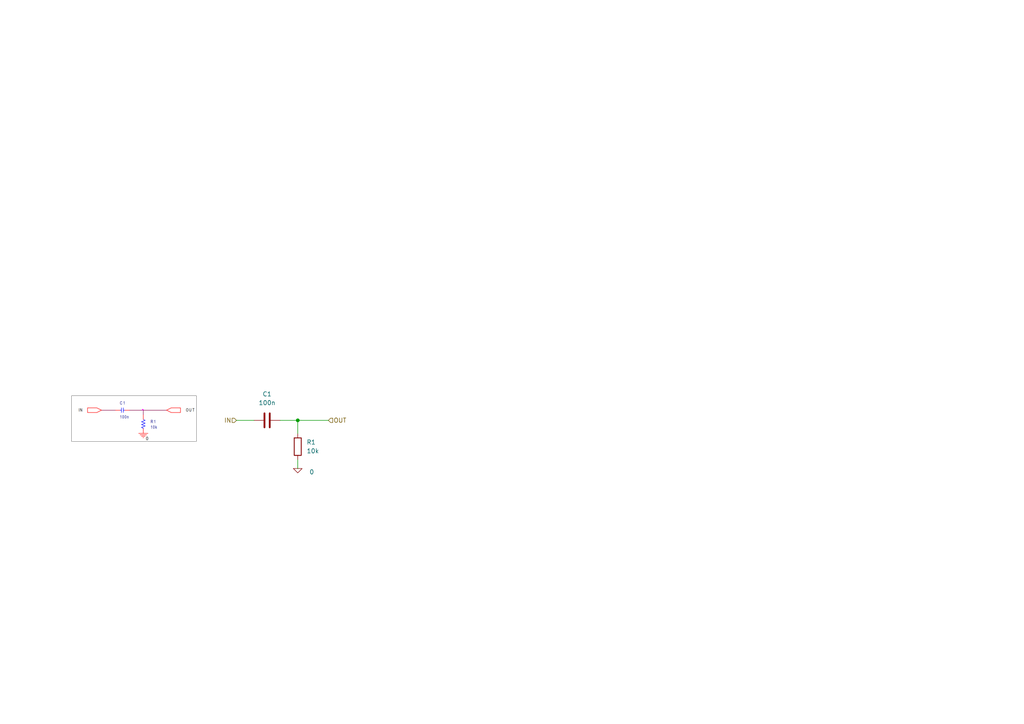
<source format=kicad_sch>
(kicad_sch (version 20250114) (generator "eeschema") (generator_version "9.0")
  (paper "A4")
  (lib_symbols
    (symbol "Device:C" (pin_numbers (hide yes)) (pin_names (offset 0.254))
      (property "Reference" "C" (at 0.635 2.54 0))
      (property "Value" "C" (at 0.635 -2.54 0))
      (symbol "C_0_1"
        (polyline (pts (xy -2.032 0.762) (xy 2.032 0.762)) (stroke (width 0.508)))
        (polyline (pts (xy -2.032 -0.762) (xy 2.032 -0.762)) (stroke (width 0.508)))
      )
      (symbol "C_1_1"
        (pin passive line (at 0 3.81 270) (length 2.794) (name "~") (number "1"))
        (pin passive line (at 0 -3.81 90) (length 2.794) (name "~") (number "2"))
      )
    )
    (symbol "Device:R" (pin_numbers (hide yes)) (pin_names (offset 0))
      (property "Reference" "R" (at 2.032 0 90))
      (property "Value" "R" (at 0 0 90))
      (symbol "R_0_1"
        (rectangle (start -1.016 -2.54) (end 1.016 2.54) (stroke (width 0.254)))
      )
      (symbol "R_1_1"
        (pin passive line (at 0 3.81 270) (length 1.27) (name "~") (number "1"))
        (pin passive line (at 0 -3.81 90) (length 1.27) (name "~") (number "2"))
      )
    )
    (symbol "Simulation_SPICE:0" (power) (pin_numbers (hide yes)) (pin_names (offset 0) (hide yes))
      (property "Value" "0" (at 0 -2.54 0))
      (symbol "0_0_1"
        (polyline (pts (xy -1.27 0) (xy 0 -1.27) (xy 1.27 0) (xy -1.27 0)))
      )
      (symbol "0_1_1"
        (pin power_in line (at 0 0 0) (length 0) (name "~") (number "1"))
      )
    )
  )
  (junction (at 86.36 121.92))
  (wire (pts (xy 86.36 133.35) (xy 86.36 135.89)))
  (wire (pts (xy 86.36 125.73) (xy 86.36 121.92)))
  (wire (pts (xy 86.36 121.92) (xy 95.25 121.92)))
  (wire (pts (xy 86.36 121.92) (xy 81.28 121.92)))
  (wire (pts (xy 68.58 121.92) (xy 73.66 121.92)))
  (image (at 38.862 121.412))
  (hierarchical_label "OUT" (shape input) (at 95.25 121.92 0))
  (hierarchical_label "IN" (shape input) (at 68.58 121.92 180))
  (symbol (lib_id "Device:R") (at 86.36 129.54 180) (unit 1)
    (property "Reference" "R1" (at 88.9 128.2699 0) (effects (justify right)))
    (property "Value" "10k" (at 88.9 130.8099 0) (effects (justify right)))
    (property "Description" "Resistor" (effects (hide yes)))
  )
  (symbol (lib_id "Simulation_SPICE:0") (at 86.36 135.89 0) (unit 1)
    (property "Reference" "#GND?" (effects (hide yes)))
    (property "Value" "0" (at 90.424 136.906 0))
    (property "Datasheet" "https://ngspice.sourceforge.io/docs/ngspice-html-manual/manual.xhtml#subsec_Circuit_elements__device" (effects (hide yes)))
    (property "Description" "0V reference potential for simulation" (effects (hide yes)))
  )
  (symbol (lib_id "Device:C") (at 77.47 121.92 90) (unit 1)
    (property "Reference" "C1" (at 77.47 114.3 90))
    (property "Value" "100n" (at 77.47 116.84 90))
    (property "Description" "Unpolarized capacitor" (effects (hide yes)))
  )
)
</source>
